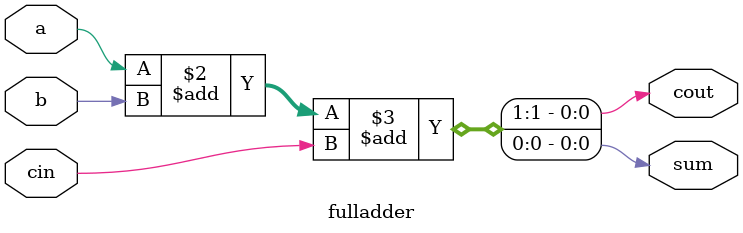
<source format=v>
module fulladder (
input a,  
input b,  
input cin,  
output reg cout,  
output reg sum);  
  
    always @ (a or b or cin) begin  
    {cout, sum} = a + b + cin;  
  end  
endmodule  

</source>
